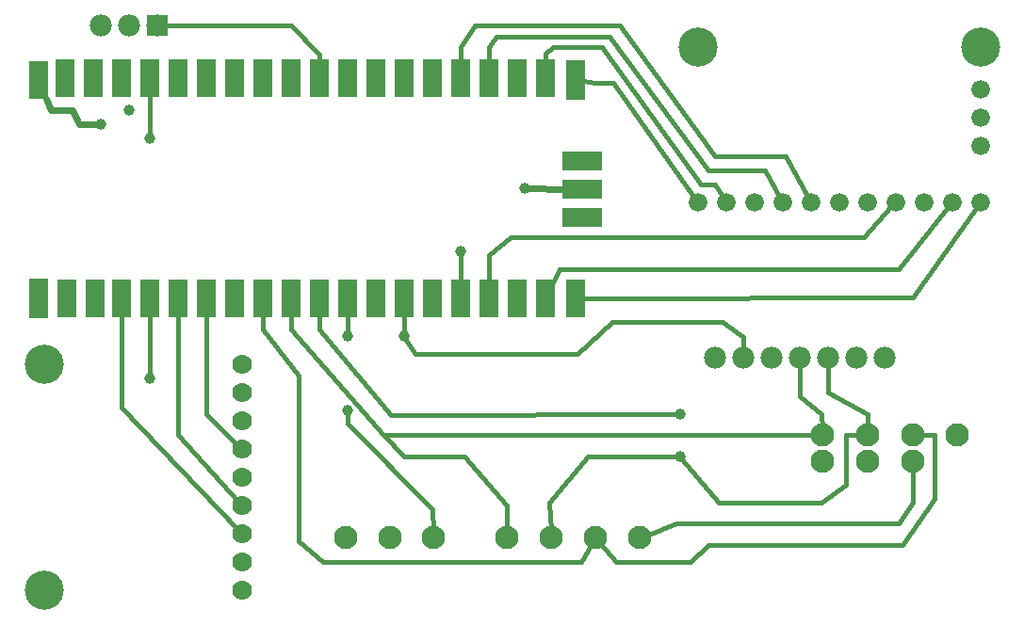
<source format=gtl>
G04 MADE WITH FRITZING*
G04 WWW.FRITZING.ORG*
G04 DOUBLE SIDED*
G04 HOLES PLATED*
G04 CONTOUR ON CENTER OF CONTOUR VECTOR*
%ASAXBY*%
%FSLAX23Y23*%
%MOIN*%
%OFA0B0*%
%SFA1.0B1.0*%
%ADD10C,0.078000*%
%ADD11C,0.082677*%
%ADD12C,0.066000*%
%ADD13C,0.138425*%
%ADD14C,0.070000*%
%ADD15C,0.039370*%
%ADD16R,0.078000X0.078000*%
%ADD17R,0.066333X0.138458*%
%ADD18R,0.066000X0.138000*%
%ADD19R,0.066333X0.138000*%
%ADD20R,0.067375X0.138458*%
%ADD21R,0.138708X0.067500*%
%ADD22C,0.016000*%
%ADD23C,0.024000*%
%LNCOPPER1*%
G90*
G70*
G54D10*
X3162Y1183D03*
X3062Y1183D03*
X2962Y1183D03*
X2862Y1183D03*
X2762Y1183D03*
X2662Y1183D03*
X2562Y1183D03*
G54D11*
X3262Y908D03*
X3102Y908D03*
X2942Y908D03*
X3419Y908D03*
X3262Y817D03*
X2942Y817D03*
X3102Y817D03*
G54D12*
X3500Y1933D03*
X3500Y2033D03*
X3500Y2133D03*
X3500Y1733D03*
X3400Y1733D03*
X3300Y1733D03*
X3200Y1733D03*
G54D13*
X3500Y2283D03*
G54D12*
X3100Y1733D03*
X3000Y1733D03*
X2900Y1733D03*
X2800Y1733D03*
X2700Y1733D03*
X2600Y1733D03*
X2500Y1733D03*
G54D13*
X2500Y2283D03*
G54D14*
X887Y358D03*
X887Y458D03*
G54D13*
X187Y358D03*
G54D14*
X887Y558D03*
X887Y658D03*
X887Y758D03*
X887Y858D03*
X887Y958D03*
X887Y1058D03*
X887Y1158D03*
G54D13*
X187Y1158D03*
G54D10*
X587Y2358D03*
X487Y2358D03*
X387Y2358D03*
G54D15*
X1887Y1783D03*
X562Y1958D03*
X562Y1108D03*
X487Y2058D03*
X387Y2008D03*
X1662Y1558D03*
G54D11*
X1254Y545D03*
X2139Y546D03*
X1981Y546D03*
X1824Y545D03*
X2295Y545D03*
X1566Y547D03*
X1410Y547D03*
G54D15*
X2437Y833D03*
X2437Y983D03*
X1262Y995D03*
X1262Y1258D03*
X1462Y1258D03*
G54D16*
X587Y2358D03*
G54D17*
X167Y1394D03*
G54D18*
X268Y1394D03*
X368Y1394D03*
X461Y1394D03*
X561Y1394D03*
X661Y1394D03*
X761Y1394D03*
X861Y1394D03*
X961Y1394D03*
X1061Y1394D03*
X1161Y1394D03*
X1261Y1394D03*
X1361Y1394D03*
X1461Y1394D03*
X1561Y1394D03*
X1661Y1394D03*
X1761Y1394D03*
X1861Y1394D03*
X1961Y1394D03*
G54D19*
X2067Y1394D03*
G54D20*
X2068Y2165D03*
G54D18*
X1961Y2173D03*
X1861Y2173D03*
X1761Y2173D03*
X1661Y2173D03*
X1561Y2173D03*
X1461Y2173D03*
X1361Y2173D03*
X1261Y2173D03*
X1161Y2173D03*
X1061Y2173D03*
X961Y2173D03*
X861Y2173D03*
X761Y2173D03*
X661Y2173D03*
X561Y2173D03*
X461Y2173D03*
X361Y2173D03*
X261Y2173D03*
G54D19*
X167Y2165D03*
G54D21*
X2093Y1679D03*
X2093Y1780D03*
X2093Y1880D03*
G54D22*
X2937Y670D02*
X2575Y670D01*
D02*
X2962Y1058D02*
X2962Y1164D01*
D02*
X3101Y934D02*
X3100Y983D01*
D02*
X3100Y983D02*
X2962Y1058D01*
D02*
X3025Y909D02*
X3025Y733D01*
D02*
X3025Y733D02*
X2937Y670D01*
D02*
X2575Y670D02*
X2442Y827D01*
D02*
X3077Y908D02*
X3025Y909D01*
D02*
X1416Y978D02*
X2429Y983D01*
D02*
X1162Y1283D02*
X1416Y978D01*
D02*
X1162Y1330D02*
X1162Y1283D01*
D02*
X2937Y983D02*
X2862Y1045D01*
D02*
X2940Y933D02*
X2937Y983D01*
D02*
X2862Y1045D02*
X2862Y1164D01*
D02*
X1388Y911D02*
X2917Y908D01*
D02*
X1062Y1330D02*
X1063Y1283D01*
D02*
X1063Y1283D02*
X1388Y911D01*
D02*
X3488Y1717D02*
X3263Y1395D01*
D02*
X3263Y1395D02*
X2095Y1394D01*
D02*
X3212Y1496D02*
X2012Y1495D01*
D02*
X3387Y1718D02*
X3212Y1496D01*
D02*
X2012Y1495D02*
X1989Y1448D01*
D02*
X3087Y1608D02*
X3186Y1718D01*
D02*
X1837Y1608D02*
X3087Y1608D01*
D02*
X1762Y1546D02*
X1837Y1608D01*
D02*
X1762Y1457D02*
X1762Y1546D01*
D02*
X2811Y1895D02*
X2563Y1895D01*
D02*
X2563Y1895D02*
X2224Y2359D01*
D02*
X2890Y1750D02*
X2811Y1895D01*
D02*
X2224Y2359D02*
X1712Y2359D01*
D02*
X1712Y2359D02*
X1662Y2283D01*
D02*
X1662Y2283D02*
X1662Y2236D01*
D02*
X2538Y1845D02*
X2737Y1845D01*
D02*
X2737Y1845D02*
X2790Y1750D01*
D02*
X2187Y2320D02*
X2538Y1845D01*
D02*
X1788Y2320D02*
X2187Y2320D01*
D02*
X1762Y2283D02*
X1788Y2320D01*
D02*
X1762Y2236D02*
X1762Y2283D01*
D02*
X2513Y1795D02*
X2162Y2283D01*
D02*
X2162Y2283D02*
X1987Y2283D01*
D02*
X2563Y1795D02*
X2513Y1795D01*
D02*
X1987Y2283D02*
X1962Y2258D01*
D02*
X2590Y1750D02*
X2563Y1795D01*
D02*
X1962Y2258D02*
X1962Y2236D01*
D02*
X2200Y2157D02*
X2137Y2157D01*
D02*
X2488Y1749D02*
X2200Y2157D01*
D02*
X2137Y2157D02*
X2096Y2162D01*
D02*
X606Y2358D02*
X1061Y2359D01*
D02*
X1061Y2359D02*
X1163Y2257D01*
D02*
X1163Y2257D02*
X1162Y2236D01*
D02*
X762Y982D02*
X873Y872D01*
D02*
X761Y1330D02*
X762Y982D01*
D02*
X462Y1007D02*
X874Y572D01*
D02*
X461Y1330D02*
X462Y1007D01*
D02*
X662Y908D02*
X874Y673D01*
D02*
X661Y1330D02*
X662Y908D01*
D02*
X562Y1330D02*
X562Y1116D01*
D02*
X562Y2110D02*
X562Y1966D01*
G54D23*
D02*
X1895Y1783D02*
X2030Y1781D01*
D02*
X212Y2058D02*
X287Y2058D01*
D02*
X312Y2008D02*
X379Y2008D01*
D02*
X287Y2058D02*
X312Y2008D01*
D02*
X194Y2101D02*
X212Y2058D01*
G54D22*
D02*
X1662Y1550D02*
X1662Y1457D01*
D02*
X3262Y670D02*
X3262Y791D01*
D02*
X3213Y595D02*
X3262Y670D01*
D02*
X2318Y554D02*
X2425Y595D01*
D02*
X2425Y595D02*
X3213Y595D01*
D02*
X2212Y458D02*
X2474Y458D01*
D02*
X2474Y458D02*
X2538Y521D01*
D02*
X3337Y909D02*
X3288Y908D01*
D02*
X3225Y520D02*
X3337Y682D01*
D02*
X2155Y526D02*
X2212Y458D01*
D02*
X3337Y682D02*
X3337Y909D01*
D02*
X2538Y521D02*
X3225Y520D01*
D02*
X1975Y670D02*
X1980Y572D01*
D02*
X2112Y832D02*
X1975Y670D01*
D02*
X2429Y833D02*
X2112Y832D01*
D02*
X1174Y458D02*
X2087Y458D01*
D02*
X1087Y1121D02*
X1087Y533D01*
D02*
X1087Y533D02*
X1174Y458D01*
D02*
X2087Y458D02*
X2126Y524D01*
D02*
X962Y1283D02*
X1087Y1121D01*
D02*
X962Y1330D02*
X962Y1283D01*
D02*
X1674Y832D02*
X1824Y658D01*
D02*
X1824Y658D02*
X1824Y570D01*
D02*
X1388Y911D02*
X1463Y832D01*
D02*
X1463Y832D02*
X1674Y832D01*
D02*
X1263Y949D02*
X1562Y646D01*
D02*
X1562Y646D02*
X1565Y572D01*
D02*
X1263Y949D02*
X1262Y988D01*
D02*
X1462Y1266D02*
X1462Y1330D01*
D02*
X1262Y1266D02*
X1262Y1330D01*
D02*
X2075Y1196D02*
X2199Y1308D01*
D02*
X2199Y1308D02*
X2587Y1308D01*
D02*
X2587Y1308D02*
X2661Y1257D01*
D02*
X2661Y1257D02*
X2662Y1202D01*
D02*
X1466Y1251D02*
X1500Y1195D01*
D02*
X1500Y1195D02*
X2075Y1196D01*
G04 End of Copper1*
M02*

</source>
